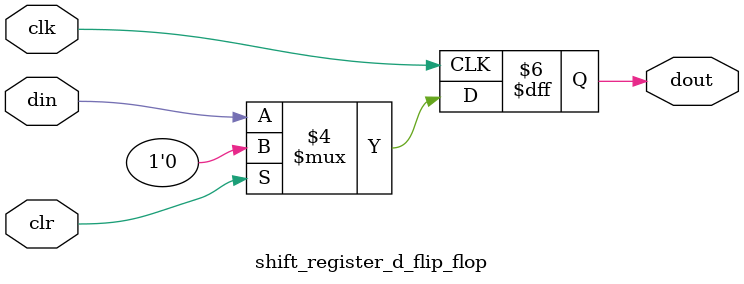
<source format=v>
`timescale 1ns / 1ps


module shift_register_d_flip_flop(
    input clk,
    input clr,
    input din,
    output reg dout
    );
    
    always@(posedge clk)
    begin
    if(clr==1'b1)
    begin
        dout<=1'b0;
    end
    else
    begin
        dout<=din;
    end
    end
endmodule

</source>
